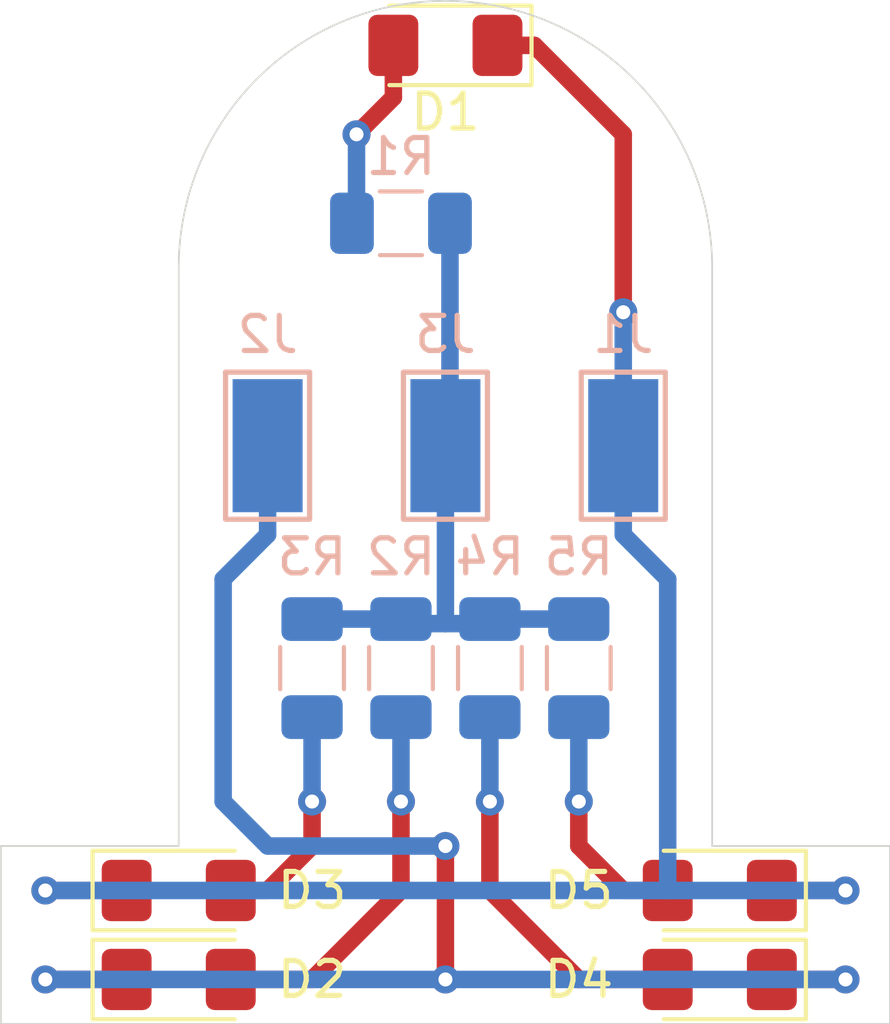
<source format=kicad_pcb>
(kicad_pcb (version 20211014) (generator pcbnew)
  (layers (0 "F.Cu" signal) (31 "B.Cu" signal) (34 "B.Paste" user) (35 "F.Paste" user) (36 "B.SilkS" user "B.Silkscreen") (37 "F.SilkS" user "F.Silkscreen") (38 "B.Mask" user) (39 "F.Mask" user) (44 "Edge.Cuts" user))
  (net 0 "")
  (net 1 "Net-(D1-Pad2)")
  (net 2 "Net-(D1-Pad1)")
  (net 3 "Net-(D2-Pad2)")
  (net 4 "Net-(D2-Pad1)")
  (net 5 "Net-(D3-Pad2)")
  (net 6 "Net-(D4-Pad2)")
  (net 7 "Net-(D5-Pad2)")
  (net 8 "Net-(J3-Pad1)")
  (footprint "LED_SMD:LED_1206_3216Metric_Pad1.42x1.75mm_HandSolder" (layer "F.Cu") (at 152.4 88.9 180)
    (fp_text reference "D1" (at 0 -1.905) (layer "F.SilkS"))
    (fp_text value "White")
    (fp_line (start -2.46 -1.135) (end -2.46 1.135) (layer "F.SilkS") (width 0.12))
    (fp_line (start 1.6 -1.135) (end -2.46 -1.135) (layer "F.SilkS") (width 0.12))
    (fp_line (start -2.46 1.135) (end 1.6 1.135) (layer "F.SilkS") (width 0.12))
    (pad "1" smd roundrect locked (at -1.4875 0 180) (size 1.425 1.75) (layers "F.Cu" "F.Paste" "F.Mask") (roundrect_rratio 0.1749985965) (net 2 "Net-(D1-Pad1)"))
    (pad "2" smd roundrect locked (at 1.4875 0 180) (size 1.425 1.75) (layers "F.Cu" "F.Paste" "F.Mask") (roundrect_rratio 0.1749985965) (net 1 "Net-(D1-Pad2)"))
  )
  (footprint "LED_SMD:LED_1206_3216Metric_Pad1.42x1.75mm_HandSolder" (layer "F.Cu") (at 144.78 115.57)
    (fp_text reference "D2" (at 3.81 0) (layer "F.SilkS"))
    (fp_text value "Red")
    (fp_line (start 1.6 -1.135) (end -2.46 -1.135) (layer "F.SilkS") (width 0.12))
    (fp_line (start -2.46 -1.135) (end -2.46 1.135) (layer "F.SilkS") (width 0.12))
    (fp_line (start -2.46 1.135) (end 1.6 1.135) (layer "F.SilkS") (width 0.12))
    (pad "1" smd roundrect locked (at -1.4875 0) (size 1.425 1.75) (layers "F.Cu" "F.Paste" "F.Mask") (roundrect_rratio 0.1749985965) (net 4 "Net-(D2-Pad1)"))
    (pad "2" smd roundrect locked (at 1.4875 0) (size 1.425 1.75) (layers "F.Cu" "F.Paste" "F.Mask") (roundrect_rratio 0.1749985965) (net 3 "Net-(D2-Pad2)"))
  )
  (footprint "LED_SMD:LED_1206_3216Metric_Pad1.42x1.75mm_HandSolder" (layer "F.Cu") (at 144.78 113.03)
    (fp_text reference "D3" (at 3.81 0) (layer "F.SilkS"))
    (fp_text value "White")
    (fp_line (start -2.46 -1.135) (end -2.46 1.135) (layer "F.SilkS") (width 0.12))
    (fp_line (start -2.46 1.135) (end 1.6 1.135) (layer "F.SilkS") (width 0.12))
    (fp_line (start 1.6 -1.135) (end -2.46 -1.135) (layer "F.SilkS") (width 0.12))
    (pad "1" smd roundrect locked (at -1.4875 0) (size 1.425 1.75) (layers "F.Cu" "F.Paste" "F.Mask") (roundrect_rratio 0.1749985965) (net 2 "Net-(D1-Pad1)"))
    (pad "2" smd roundrect locked (at 1.4875 0) (size 1.425 1.75) (layers "F.Cu" "F.Paste" "F.Mask") (roundrect_rratio 0.1749985965) (net 5 "Net-(D3-Pad2)"))
  )
  (footprint "LED_SMD:LED_1206_3216Metric_Pad1.42x1.75mm_HandSolder" (layer "F.Cu") (at 160.2375 115.57 180)
    (fp_text reference "D4" (at 4.0275 0) (layer "F.SilkS"))
    (fp_text value "Red")
    (fp_line (start -2.46 -1.135) (end -2.46 1.135) (layer "F.SilkS") (width 0.12))
    (fp_line (start -2.46 1.135) (end 1.6 1.135) (layer "F.SilkS") (width 0.12))
    (fp_line (start 1.6 -1.135) (end -2.46 -1.135) (layer "F.SilkS") (width 0.12))
    (pad "1" smd roundrect locked (at -1.4875 0 180) (size 1.425 1.75) (layers "F.Cu" "F.Paste" "F.Mask") (roundrect_rratio 0.1754385965) (net 4 "Net-(D2-Pad1)"))
    (pad "2" smd roundrect locked (at 1.4875 0 180) (size 1.425 1.75) (layers "F.Cu" "F.Paste" "F.Mask") (roundrect_rratio 0.1749985965) (net 6 "Net-(D4-Pad2)"))
  )
  (footprint "LED_SMD:LED_1206_3216Metric_Pad1.42x1.75mm_HandSolder" (layer "F.Cu") (at 160.2375 113.03 180)
    (fp_text reference "D5" (at 4.0275 0) (layer "F.SilkS"))
    (fp_text value "White")
    (fp_line (start -2.46 -1.135) (end -2.46 1.135) (layer "F.SilkS") (width 0.12))
    (fp_line (start 1.6 -1.135) (end -2.46 -1.135) (layer "F.SilkS") (width 0.12))
    (fp_line (start -2.46 1.135) (end 1.6 1.135) (layer "F.SilkS") (width 0.12))
    (pad "1" smd roundrect locked (at -1.4875 0 180) (size 1.425 1.75) (layers "F.Cu" "F.Paste" "F.Mask") (roundrect_rratio 0.1749985965) (net 2 "Net-(D1-Pad1)"))
    (pad "2" smd roundrect locked (at 1.4875 0 180) (size 1.425 1.75) (layers "F.Cu" "F.Paste" "F.Mask") (roundrect_rratio 0.1754385965) (net 7 "Net-(D5-Pad2)"))
  )
  (footprint "Resistor_SMD:R_1206_3216Metric" (layer "B.Cu") (at 151.13 93.98)
    (fp_text reference "R1" (at 0 -1.905) (layer "B.SilkS") (effects (justify mirror)))
    (fp_text value "2k2")
    (fp_line (start -0.602064 -0.91) (end 0.602064 -0.91) (layer "B.SilkS") (width 0.12))
    (fp_line (start -0.602064 0.91) (end 0.602064 0.91) (layer "B.SilkS") (width 0.12))
    (pad "1" smd roundrect locked (at -1.4 0) (size 1.25 1.75) (layers "B.Cu" "B.Paste" "B.Mask") (roundrect_rratio 0.2) (net 1 "Net-(D1-Pad2)"))
    (pad "2" smd roundrect locked (at 1.4 0) (size 1.25 1.75) (layers "B.Cu" "B.Paste" "B.Mask") (roundrect_rratio 0.2) (net 8 "Net-(J3-Pad1)"))
  )
  (footprint "Resistor_SMD:R_1206_3216Metric" (layer "B.Cu") (at 151.13 106.68 -90)
    (fp_text reference "R2" (at -3.175 0) (layer "B.SilkS") (effects (justify mirror)))
    (fp_text value "2k2")
    (fp_line (start -0.602064 -0.91) (end 0.602064 -0.91) (layer "B.SilkS") (width 0.12))
    (fp_line (start -0.602064 0.91) (end 0.602064 0.91) (layer "B.SilkS") (width 0.12))
    (pad "1" smd roundrect locked (at -1.4 0 270) (size 1.25 1.75) (layers "B.Cu" "B.Paste" "B.Mask") (roundrect_rratio 0.2) (net 8 "Net-(J3-Pad1)"))
    (pad "2" smd roundrect locked (at 1.4 0 270) (size 1.25 1.75) (layers "B.Cu" "B.Paste" "B.Mask") (roundrect_rratio 0.2) (net 3 "Net-(D2-Pad2)"))
  )
  (footprint "Resistor_SMD:R_1206_3216Metric" (layer "B.Cu") (at 148.59 106.68 90)
    (fp_text reference "R3" (at 3.175 0 180) (layer "B.SilkS") (effects (justify mirror)))
    (fp_text value "2k2")
    (fp_line (start -0.602064 0.91) (end 0.602064 0.91) (layer "B.SilkS") (width 0.12))
    (fp_line (start -0.602064 -0.91) (end 0.602064 -0.91) (layer "B.SilkS") (width 0.12))
    (pad "1" smd roundrect locked (at -1.4 0 90) (size 1.25 1.75) (layers "B.Cu" "B.Paste" "B.Mask") (roundrect_rratio 0.2) (net 5 "Net-(D3-Pad2)"))
    (pad "2" smd roundrect locked (at 1.4 0 90) (size 1.25 1.75) (layers "B.Cu" "B.Paste" "B.Mask") (roundrect_rratio 0.2) (net 8 "Net-(J3-Pad1)"))
  )
  (footprint "Resistor_SMD:R_1206_3216Metric" (layer "B.Cu") (at 153.67 106.68 -90)
    (fp_text reference "R4" (at -3.175 0 180) (layer "B.SilkS") (effects (justify mirror)))
    (fp_text value "2k2")
    (fp_line (start -0.602064 0.91) (end 0.602064 0.91) (layer "B.SilkS") (width 0.12))
    (fp_line (start -0.602064 -0.91) (end 0.602064 -0.91) (layer "B.SilkS") (width 0.12))
    (pad "1" smd roundrect locked (at -1.4 0 270) (size 1.25 1.75) (layers "B.Cu" "B.Paste" "B.Mask") (roundrect_rratio 0.2) (net 8 "Net-(J3-Pad1)"))
    (pad "2" smd roundrect locked (at 1.4 0 270) (size 1.25 1.75) (layers "B.Cu" "B.Paste" "B.Mask") (roundrect_rratio 0.2) (net 6 "Net-(D4-Pad2)"))
  )
  (footprint "Resistor_SMD:R_1206_3216Metric" (layer "B.Cu") (at 156.21 106.68 -90)
    (fp_text reference "R5" (at -3.175 0 180) (layer "B.SilkS") (effects (justify mirror)))
    (fp_text value "2k2")
    (fp_line (start -0.602064 -0.91) (end 0.602064 -0.91) (layer "B.SilkS") (width 0.12))
    (fp_line (start -0.602064 0.91) (end 0.602064 0.91) (layer "B.SilkS") (width 0.12))
    (pad "1" smd roundrect locked (at -1.4 0 270) (size 1.25 1.75) (layers "B.Cu" "B.Paste" "B.Mask") (roundrect_rratio 0.2) (net 8 "Net-(J3-Pad1)"))
    (pad "2" smd roundrect locked (at 1.4 0 270) (size 1.25 1.75) (layers "B.Cu" "B.Paste" "B.Mask") (roundrect_rratio 0.2) (net 7 "Net-(D5-Pad2)"))
  )
  (footprint "TestPoint:TestPoint_Keystone_5019_Minature" (layer "B.Cu") (at 157.48 100.33 90)
    (fp_text reference "J1" (at 3.175 0) (layer "B.SilkS") (effects (justify mirror)))
    (fp_text value "Front")
    (fp_line (start 2.1 1.2) (end 2.1 -1.2) (layer "B.SilkS") (width 0.15))
    (fp_line (start 2.1 -1.2) (end -2.1 -1.2) (layer "B.SilkS") (width 0.15))
    (fp_line (start -2.1 -1.2) (end -2.1 1.2) (layer "B.SilkS") (width 0.15))
    (fp_line (start -2.1 1.2) (end 2.1 1.2) (layer "B.SilkS") (width 0.15))
    (pad "1" smd rect locked (at 0 0 90) (size 3.8 2) (layers "B.Cu" "B.Paste" "B.Mask") (net 2 "Net-(D1-Pad1)"))
  )
  (footprint "TestPoint:TestPoint_Keystone_5019_Minature" (layer "B.Cu") (at 147.32 100.33 90)
    (fp_text reference "J2" (at 3.175 0) (layer "B.SilkS") (effects (justify mirror)))
    (fp_text value "Rear")
    (fp_line (start -2.1 1.2) (end 2.1 1.2) (layer "B.SilkS") (width 0.15))
    (fp_line (start 2.1 -1.2) (end -2.1 -1.2) (layer "B.SilkS") (width 0.15))
    (fp_line (start -2.1 -1.2) (end -2.1 1.2) (layer "B.SilkS") (width 0.15))
    (fp_line (start 2.1 1.2) (end 2.1 -1.2) (layer "B.SilkS") (width 0.15))
    (pad "1" smd rect locked (at 0 0 90) (size 3.8 2) (layers "B.Cu" "B.Paste" "B.Mask") (net 4 "Net-(D2-Pad1)"))
  )
  (footprint "TestPoint:TestPoint_Keystone_5019_Minature" (layer "B.Cu") (at 152.4 100.33 90)
    (fp_text reference "J3" (at 3.175 0) (layer "B.SilkS") (effects (justify mirror)))
    (fp_text value "V+")
    (fp_line (start 2.1 1.2) (end 2.1 -1.2) (layer "B.SilkS") (width 0.15))
    (fp_line (start -2.1 -1.2) (end -2.1 1.2) (layer "B.SilkS") (width 0.15))
    (fp_line (start 2.1 -1.2) (end -2.1 -1.2) (layer "B.SilkS") (width 0.15))
    (fp_line (start -2.1 1.2) (end 2.1 1.2) (layer "B.SilkS") (width 0.15))
    (pad "1" smd rect locked (at 0 0 90) (size 3.8 2) (layers "B.Cu" "B.Paste" "B.Mask") (net 8 "Net-(J3-Pad1)"))
  )
  (gr_arc (start 144.78 95.25) (mid 152.4 87.63) (end 160.02 95.25) (layer "Edge.Cuts") (width 0.05))
  (gr_line (start 144.78 95.25) (end 144.78 111.76) (layer "Edge.Cuts") (width 0.05))
  (gr_line (start 139.7 115.57) (end 139.7 116.84) (layer "Edge.Cuts") (width 0.05))
  (gr_line (start 139.7 111.76) (end 139.7 115.57) (layer "Edge.Cuts") (width 0.05))
  (gr_line (start 165.1 116.84) (end 165.1 111.76) (layer "Edge.Cuts") (width 0.05))
  (gr_line (start 144.78 111.76) (end 139.7 111.76) (layer "Edge.Cuts") (width 0.05))
  (gr_line (start 160.02 111.76) (end 160.02 95.25) (layer "Edge.Cuts") (width 0.05))
  (gr_line (start 139.7 116.84) (end 165.1 116.84) (layer "Edge.Cuts") (width 0.05))
  (gr_line (start 165.1 111.76) (end 160.02 111.76) (layer "Edge.Cuts") (width 0.05))
  (segment (start 150.9125 90.3875) (end 149.86 91.44) (width 0.5) (layer "F.Cu") (net 1))
  (segment (start 150.9125 88.9) (end 150.9125 90.3875) (width 0.5) (layer "F.Cu") (net 1))
  (via (at 149.86 91.44) (size 0.8) (drill 0.4) (layers "F.Cu" "B.Cu") (net 1))
  (segment (start 149.86 91.44) (end 149.86 93.98) (width 0.5) (layer "B.Cu") (net 1))
  (segment (start 157.48 91.44) (end 157.48 96.52) (width 0.5) (layer "F.Cu") (net 2))
  (segment (start 153.8875 88.9) (end 154.94 88.9) (width 0.5) (layer "F.Cu") (net 2))
  (segment (start 143.2925 113.03) (end 140.97 113.03) (width 0.5) (layer "F.Cu") (net 2))
  (segment (start 154.94 88.9) (end 157.48 91.44) (width 0.5) (layer "F.Cu") (net 2))
  (segment (start 161.725 113.03) (end 163.83 113.03) (width 0.5) (layer "F.Cu") (net 2))
  (via (at 140.97 113.03) (size 0.8) (drill 0.4) (layers "F.Cu" "B.Cu") (net 2))
  (via (at 157.48 96.52) (size 0.8) (drill 0.4) (layers "F.Cu" "B.Cu") (net 2))
  (via (at 163.83 113.03) (size 0.8) (drill 0.4) (layers "F.Cu" "B.Cu") (net 2))
  (segment (start 158.75 104.14) (end 157.48 102.87) (width 0.5) (layer "B.Cu") (net 2))
  (segment (start 140.97 113.03) (end 158.75 113.03) (width 0.5) (layer "B.Cu") (net 2))
  (segment (start 158.75 104.14) (end 158.75 113.03) (width 0.5) (layer "B.Cu") (net 2))
  (segment (start 158.75 113.03) (end 163.83 113.03) (width 0.5) (layer "B.Cu") (net 2))
  (segment (start 157.48 102.87) (end 157.48 101.6) (width 0.5) (layer "B.Cu") (net 2))
  (segment (start 157.48 96.52) (end 157.48 99.06) (width 0.5) (layer "B.Cu") (net 2))
  (segment (start 146.98 115.57) (end 148.59 115.57) (width 0.5) (layer "F.Cu") (net 3))
  (segment (start 148.59 115.57) (end 151.13 113.03) (width 0.5) (layer "F.Cu") (net 3))
  (segment (start 146.2675 115.57) (end 146.98 115.57) (width 0.25) (layer "F.Cu") (net 3))
  (segment (start 151.13 113.03) (end 151.13 110.49) (width 0.5) (layer "F.Cu") (net 3))
  (via (at 151.13 110.49) (size 0.8) (drill 0.4) (layers "F.Cu" "B.Cu") (net 3))
  (segment (start 151.13 110.49) (end 151.13 107.95) (width 0.5) (layer "B.Cu") (net 3))
  (segment (start 161.725 115.57) (end 162.4375 115.57) (width 0.25) (layer "F.Cu") (net 4))
  (segment (start 140.97 115.57) (end 143.2925 115.57) (width 0.5) (layer "F.Cu") (net 4))
  (segment (start 162.4375 115.57) (end 163.83 115.57) (width 0.5) (layer "F.Cu") (net 4))
  (segment (start 152.4 111.76) (end 152.4 115.57) (width 0.5) (layer "F.Cu") (net 4))
  (via (at 152.4 111.76) (size 0.8) (drill 0.4) (layers "F.Cu" "B.Cu") (net 4))
  (via (at 152.4 115.57) (size 0.8) (drill 0.4) (layers "F.Cu" "B.Cu") (net 4))
  (via (at 140.97 115.57) (size 0.8) (drill 0.4) (layers "F.Cu" "B.Cu") (net 4))
  (via (at 163.83 115.57) (size 0.8) (drill 0.4) (layers "F.Cu" "B.Cu") (net 4))
  (segment (start 146.05 110.49) (end 147.32 111.76) (width 0.5) (layer "B.Cu") (net 4))
  (segment (start 147.32 111.76) (end 152.4 111.76) (width 0.5) (layer "B.Cu") (net 4))
  (segment (start 146.05 115.57) (end 140.97 115.57) (width 0.5) (layer "B.Cu") (net 4))
  (segment (start 163.83 115.57) (end 146.05 115.57) (width 0.5) (layer "B.Cu") (net 4))
  (segment (start 146.05 104.14) (end 147.32 102.87) (width 0.5) (layer "B.Cu") (net 4))
  (segment (start 147.32 102.87) (end 147.32 100.33) (width 0.5) (layer "B.Cu") (net 4))
  (segment (start 146.05 104.14) (end 146.05 110.49) (width 0.5) (layer "B.Cu") (net 4))
  (segment (start 148.59 111.76) (end 148.59 110.49) (width 0.5) (layer "F.Cu") (net 5))
  (segment (start 146.2675 113.03) (end 147.32 113.03) (width 0.5) (layer "F.Cu") (net 5))
  (segment (start 147.32 113.03) (end 148.59 111.76) (width 0.5) (layer "F.Cu") (net 5))
  (via (at 148.59 110.49) (size 0.8) (drill 0.4) (layers "F.Cu" "B.Cu") (net 5))
  (segment (start 148.59 110.49) (end 148.59 107.95) (width 0.5) (layer "B.Cu") (net 5))
  (segment (start 153.67 113.03) (end 153.67 110.49) (width 0.5) (layer "F.Cu") (net 6))
  (segment (start 158.75 115.57) (end 156.21 115.57) (width 0.5) (layer "F.Cu") (net 6))
  (segment (start 156.21 115.57) (end 153.67 113.03) (width 0.5) (layer "F.Cu") (net 6))
  (via (at 153.67 110.49) (size 0.8) (drill 0.4) (layers "F.Cu" "B.Cu") (net 6))
  (segment (start 153.67 110.49) (end 153.67 107.95) (width 0.5) (layer "B.Cu") (net 6))
  (segment (start 157.48 113.03) (end 156.21 111.76) (width 0.5) (layer "F.Cu") (net 7))
  (segment (start 158.75 113.03) (end 157.48 113.03) (width 0.5) (layer "F.Cu") (net 7))
  (segment (start 156.21 111.76) (end 156.21 110.49) (width 0.5) (layer "F.Cu") (net 7))
  (via (at 156.21 110.49) (size 0.8) (drill 0.4) (layers "F.Cu" "B.Cu") (net 7))
  (segment (start 156.21 110.49) (end 156.21 107.95) (width 0.5) (layer "B.Cu") (net 7))
  (segment (start 151.26 105.41) (end 151.13 105.28) (width 0.25) (layer "B.Cu") (net 8))
  (segment (start 152.4 105.41) (end 153.54 105.41) (width 0.5) (layer "B.Cu") (net 8))
  (segment (start 153.67 105.28) (end 156.21 105.28) (width 0.5) (layer "B.Cu") (net 8))
  (segment (start 152.53 100.2) (end 152.4 100.33) (width 0.25) (layer "B.Cu") (net 8))
  (segment (start 153.54 105.41) (end 153.67 105.28) (width 0.25) (layer "B.Cu") (net 8))
  (segment (start 152.4 105.41) (end 151.26 105.41) (width 0.5) (layer "B.Cu") (net 8))
  (segment (start 151.13 105.28) (end 148.59 105.28) (width 0.5) (layer "B.Cu") (net 8))
  (segment (start 152.4 100.33) (end 152.4 105.41) (width 0.5) (layer "B.Cu") (net 8))
  (segment (start 152.53 93.98) (end 152.53 100.2) (width 0.5) (layer "B.Cu") (net 8))
)
</source>
